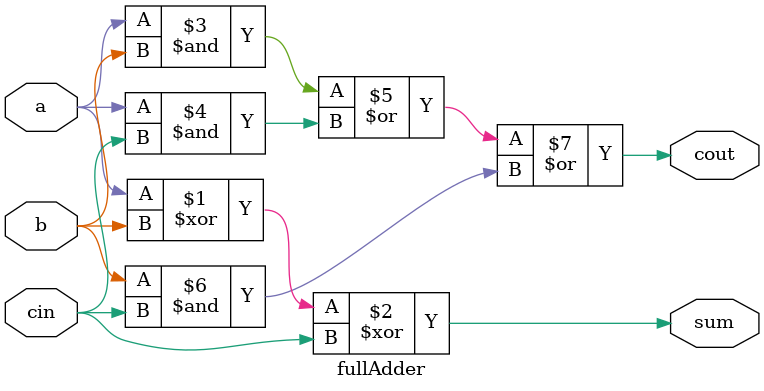
<source format=v>
module fullAdder(cin, a, b, cout, sum);

	input cin, a, b;
	output cout, sum;
	
	assign sum = a^b^cin;
	assign cout = (a&b)|(a&cin)|(b&cin);

endmodule

</source>
